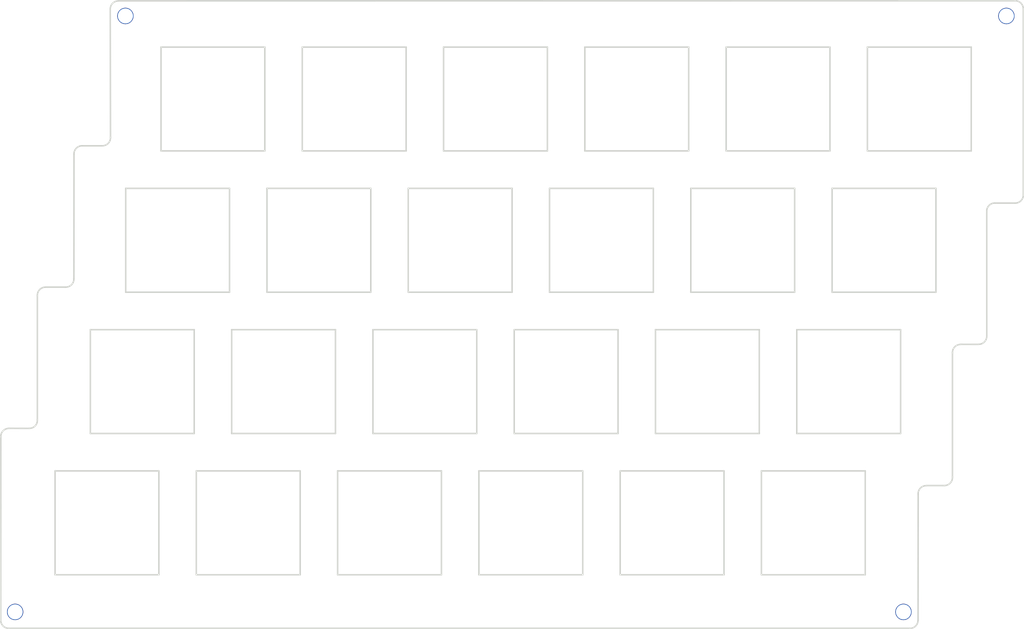
<source format=kicad_pcb>
(kicad_pcb (version 20171130) (host pcbnew "(5.1.5)-3")

  (general
    (thickness 1.6)
    (drawings 131)
    (tracks 0)
    (zones 0)
    (modules 4)
    (nets 1)
  )

  (page A4)
  (layers
    (0 F.Cu signal)
    (31 B.Cu signal)
    (32 B.Adhes user hide)
    (33 F.Adhes user hide)
    (34 B.Paste user hide)
    (35 F.Paste user hide)
    (36 B.SilkS user)
    (37 F.SilkS user)
    (38 B.Mask user)
    (39 F.Mask user)
    (40 Dwgs.User user hide)
    (41 Cmts.User user hide)
    (42 Eco1.User user hide)
    (43 Eco2.User user hide)
    (44 Edge.Cuts user)
    (45 Margin user hide)
    (46 B.CrtYd user hide)
    (47 F.CrtYd user hide)
    (48 B.Fab user hide)
    (49 F.Fab user hide)
  )

  (setup
    (last_trace_width 0.25)
    (trace_clearance 0.2)
    (zone_clearance 0.508)
    (zone_45_only no)
    (trace_min 0.2)
    (via_size 0.8)
    (via_drill 0.4)
    (via_min_size 0.4)
    (via_min_drill 0.3)
    (uvia_size 0.3)
    (uvia_drill 0.1)
    (uvias_allowed no)
    (uvia_min_size 0.2)
    (uvia_min_drill 0.1)
    (edge_width 0.15)
    (segment_width 0.2)
    (pcb_text_width 0.3)
    (pcb_text_size 1.5 1.5)
    (mod_edge_width 0.15)
    (mod_text_size 1 1)
    (mod_text_width 0.15)
    (pad_size 2.2 2.2)
    (pad_drill 2)
    (pad_to_mask_clearance 0.051)
    (solder_mask_min_width 0.25)
    (aux_axis_origin 0 0)
    (visible_elements 7FFFFFFF)
    (pcbplotparams
      (layerselection 0x010f0_ffffffff)
      (usegerberextensions false)
      (usegerberattributes false)
      (usegerberadvancedattributes false)
      (creategerberjobfile false)
      (excludeedgelayer true)
      (linewidth 0.100000)
      (plotframeref false)
      (viasonmask false)
      (mode 1)
      (useauxorigin false)
      (hpglpennumber 1)
      (hpglpenspeed 20)
      (hpglpendiameter 15.000000)
      (psnegative false)
      (psa4output false)
      (plotreference true)
      (plotvalue true)
      (plotinvisibletext false)
      (padsonsilk false)
      (subtractmaskfromsilk false)
      (outputformat 1)
      (mirror false)
      (drillshape 0)
      (scaleselection 1)
      (outputdirectory "../gerber/top/"))
  )

  (net 0 "")

  (net_class Default "これはデフォルトのネット クラスです。"
    (clearance 0.2)
    (trace_width 0.25)
    (via_dia 0.8)
    (via_drill 0.4)
    (uvia_dia 0.3)
    (uvia_drill 0.1)
  )

  (module kbd:HOLE (layer F.Cu) (tedit 5DE8C214) (tstamp 5DE8CCE1)
    (at 93.39 57.54)
    (descr "Mounting Hole 2.2mm, no annular, M2")
    (tags "mounting hole 2.2mm no annular m2")
    (attr virtual)
    (fp_text reference Ref** (at 0 -3.2) (layer F.Fab)
      (effects (font (size 1 1) (thickness 0.15)))
    )
    (fp_text value Val** (at 0 3.2) (layer F.Fab)
      (effects (font (size 1 1) (thickness 0.15)))
    )
    (fp_circle (center 0 0) (end 2.45 0) (layer F.CrtYd) (width 0.05))
    (fp_circle (center 0 0) (end 2.2 0) (layer Cmts.User) (width 0.15))
    (fp_text user %R (at 0.3 0) (layer F.Fab)
      (effects (font (size 1 1) (thickness 0.15)))
    )
    (pad "" np_thru_hole circle (at -1.1 -0.73) (size 2.2 2.2) (drill 2) (layers *.Cu *.Mask))
  )

  (module kbd:HOLE (layer F.Cu) (tedit 5DE8C261) (tstamp 5DE8CD0A)
    (at 209.62 58.24)
    (descr "Mounting Hole 2.2mm, no annular, M2")
    (tags "mounting hole 2.2mm no annular m2")
    (attr virtual)
    (fp_text reference Ref** (at 0 -3.2) (layer F.Fab)
      (effects (font (size 1 1) (thickness 0.15)))
    )
    (fp_text value Val** (at 0 3.2) (layer F.Fab)
      (effects (font (size 1 1) (thickness 0.15)))
    )
    (fp_circle (center 0 0) (end 2.45 0) (layer F.CrtYd) (width 0.05))
    (fp_circle (center 0 0) (end 2.2 0) (layer Cmts.User) (width 0.15))
    (fp_text user %R (at 0.3 0) (layer F.Fab)
      (effects (font (size 1 1) (thickness 0.15)))
    )
    (pad "" np_thru_hole circle (at 1.46 -1.43) (size 2.2 2.2) (drill 2) (layers *.Cu *.Mask))
  )

  (module kbd:HOLE (layer F.Cu) (tedit 5DE8C2BC) (tstamp 5DE8CD3F)
    (at 195.93 135.8)
    (descr "Mounting Hole 2.2mm, no annular, M2")
    (tags "mounting hole 2.2mm no annular m2")
    (attr virtual)
    (fp_text reference Ref** (at 0 -3.2) (layer F.Fab)
      (effects (font (size 1 1) (thickness 0.15)))
    )
    (fp_text value Val** (at 0 3.2) (layer F.Fab)
      (effects (font (size 1 1) (thickness 0.15)))
    )
    (fp_circle (center 0 0) (end 2.45 0) (layer F.CrtYd) (width 0.05))
    (fp_circle (center 0 0) (end 2.2 0) (layer Cmts.User) (width 0.15))
    (fp_text user %R (at 0.3 0) (layer F.Fab)
      (effects (font (size 1 1) (thickness 0.15)))
    )
    (pad "" np_thru_hole circle (at 1.27 1.367) (size 2.2 2.2) (drill 2) (layers *.Cu *.Mask))
  )

  (module kbd:HOLE (layer F.Cu) (tedit 5DE8C2FA) (tstamp 5DE8CD5F)
    (at 79.62 136.63)
    (descr "Mounting Hole 2.2mm, no annular, M2")
    (tags "mounting hole 2.2mm no annular m2")
    (attr virtual)
    (fp_text reference Ref** (at 0 -3.2) (layer F.Fab)
      (effects (font (size 1 1) (thickness 0.15)))
    )
    (fp_text value Val** (at 0 3.2) (layer F.Fab)
      (effects (font (size 1 1) (thickness 0.15)))
    )
    (fp_circle (center 0 0) (end 2.45 0) (layer F.CrtYd) (width 0.05))
    (fp_circle (center 0 0) (end 2.2 0) (layer Cmts.User) (width 0.15))
    (fp_text user %R (at 0.3 0) (layer F.Fab)
      (effects (font (size 1 1) (thickness 0.15)))
    )
    (pad "" np_thru_hole circle (at -2.2 0.537) (size 2.2 2.2) (drill 2) (layers *.Cu *.Mask))
  )

  (dimension 137.77144 (width 0.3) (layer Dwgs.User)
    (gr_text "137.771 mm" (at 144.37572 165.15) (layer Dwgs.User)
      (effects (font (size 1.5 1.5) (thickness 0.3)))
    )
    (feature1 (pts (xy 213.26144 116.21) (xy 213.26144 163.636421)))
    (feature2 (pts (xy 75.49 116.21) (xy 75.49 163.636421)))
    (crossbar (pts (xy 75.49 163.05) (xy 213.26144 163.05)))
    (arrow1a (pts (xy 213.26144 163.05) (xy 212.134936 163.636421)))
    (arrow1b (pts (xy 213.26144 163.05) (xy 212.134936 162.463579)))
    (arrow2a (pts (xy 75.49 163.05) (xy 76.616504 163.636421)))
    (arrow2b (pts (xy 75.49 163.05) (xy 76.616504 162.463579)))
  )
  (dimension 137.910305 (width 0.3) (layer Dwgs.User)
    (gr_text "137.910 mm" (at 144.310637 150.076341 359.8795174) (layer Dwgs.User)
      (effects (font (size 1.5 1.5) (thickness 0.3)))
    )
    (feature1 (pts (xy 213.3 133.88) (xy 213.26882 148.707765)))
    (feature2 (pts (xy 75.39 133.59) (xy 75.35882 148.417765)))
    (crossbar (pts (xy 75.360053 147.831346) (xy 213.270053 148.121346)))
    (arrow1a (pts (xy 213.270053 148.121346) (xy 212.142319 148.705397)))
    (arrow1b (pts (xy 213.270053 148.121346) (xy 212.144785 147.532558)))
    (arrow2a (pts (xy 75.360053 147.831346) (xy 76.485321 148.420134)))
    (arrow2b (pts (xy 75.360053 147.831346) (xy 76.487787 147.247295)))
  )
  (dimension 85.130048 (width 0.3) (layer Dwgs.User)
    (gr_text "85.130 mm" (at 63.089869 97.169194 89.93942654) (layer Dwgs.User)
      (effects (font (size 1.5 1.5) (thickness 0.3)))
    )
    (feature1 (pts (xy 125.38 54.67) (xy 64.648447 54.605794)))
    (feature2 (pts (xy 125.29 139.8) (xy 64.558447 139.735794)))
    (crossbar (pts (xy 65.144868 139.736414) (xy 65.234868 54.606414)))
    (arrow1a (pts (xy 65.234868 54.606414) (xy 65.820097 55.733537)))
    (arrow1b (pts (xy 65.234868 54.606414) (xy 64.647257 55.732297)))
    (arrow2a (pts (xy 65.144868 139.736414) (xy 65.732479 138.610531)))
    (arrow2b (pts (xy 65.144868 139.736414) (xy 64.559639 138.609291)))
  )
  (gr_arc (start 81.51 94.47) (end 81.51 93.38) (angle -93.34194386) (layer Edge.Cuts) (width 0.2) (tstamp 5D750418))
  (gr_arc (start 84.251854 92.283541) (end 84.251854 93.373541) (angle -93.34194386) (layer Edge.Cuts) (width 0.2) (tstamp 5D750418))
  (gr_arc (start 86.448146 75.406459) (end 86.448146 74.316459) (angle -93.34194386) (layer Edge.Cuts) (width 0.2) (tstamp 5D750418))
  (gr_arc (start 89.191854 73.223541) (end 89.191854 74.313541) (angle -93.34194386) (layer Edge.Cuts) (width 0.2) (tstamp 5D750418))
  (gr_arc (start 91.338146 55.876459) (end 91.338146 54.786459) (angle -93.34194386) (layer Edge.Cuts) (width 0.2) (tstamp 5D750418))
  (gr_arc (start 212.263541 55.848146) (end 213.353541 55.848146) (angle -93.34194386) (layer Edge.Cuts) (width 0.2) (tstamp 5D78F831))
  (gr_arc (start 209.518146 83.126459) (end 209.518146 82.036459) (angle -93.34194386) (layer Edge.Cuts) (width 0.2) (tstamp 5D750418))
  (gr_arc (start 212.27 80.953541) (end 212.27 82.043541) (angle -93.34194386) (layer Edge.Cuts) (width 0.2) (tstamp 5D750418))
  (gr_arc (start 204.898146 102.19) (end 204.898146 101.1) (angle -93.34194386) (layer Edge.Cuts) (width 0.2) (tstamp 5D750418))
  (gr_arc (start 207.341854 99.993541) (end 207.341854 101.083541) (angle -93.34194386) (layer Edge.Cuts) (width 0.2) (tstamp 5D750418))
  (gr_arc (start 202.72 119.04) (end 202.72 120.13) (angle -93.34194386) (layer Edge.Cuts) (width 0.2) (tstamp 5D750418))
  (gr_arc (start 200.27 121.23) (end 200.27 120.14) (angle -93.34194386) (layer Edge.Cuts) (width 0.2) (tstamp 5D750418))
  (gr_arc (start 198.07 138.3) (end 198.07 139.39) (angle -90) (layer Edge.Cuts) (width 0.2) (tstamp 5D750418))
  (gr_arc (start 76.57 138.29) (end 75.48 138.29) (angle -90) (layer Edge.Cuts) (width 0.2) (tstamp 5D750418))
  (gr_arc (start 79.33 111.33) (end 79.33 112.42) (angle -93.3) (layer Edge.Cuts) (width 0.2) (tstamp 5D750418))
  (gr_arc (start 76.58 113.51) (end 76.58 112.42) (angle -93.3) (layer Edge.Cuts) (width 0.2))
  (gr_line (start 149.190274 75.006998) (end 135.191128 75.006998) (layer Edge.Cuts) (width 0.2))
  (gr_line (start 130.140446 61.008886) (end 130.140446 75.006998) (layer Edge.Cuts) (width 0.2))
  (gr_line (start 168.528284 80.058886) (end 182.527774 80.058886) (layer Edge.Cuts) (width 0.2))
  (gr_line (start 96.802946 132.15717) (end 82.803628 132.15717) (layer Edge.Cuts) (width 0.2))
  (gr_line (start 173.291473 75.006998) (end 173.291473 61.008886) (layer Edge.Cuts) (width 0.2))
  (gr_line (start 187.290274 61.008886) (end 187.290274 75.006998) (layer Edge.Cuts) (width 0.2))
  (gr_line (start 154.240784 61.008886) (end 168.240274 61.008886) (layer Edge.Cuts) (width 0.2))
  (gr_line (start 135.191128 75.006998) (end 135.191128 61.008886) (layer Edge.Cuts) (width 0.2))
  (gr_line (start 187.578973 94.056998) (end 187.578973 80.058886) (layer Edge.Cuts) (width 0.2))
  (gr_line (start 111.090446 75.006998) (end 97.091128 75.006998) (layer Edge.Cuts) (width 0.2))
  (gr_line (start 82.803628 132.15717) (end 82.803628 118.156302) (layer Edge.Cuts) (width 0.2))
  (gr_line (start 154.240784 75.006998) (end 154.240784 61.008886) (layer Edge.Cuts) (width 0.2))
  (gr_line (start 116.141128 61.008886) (end 130.140446 61.008886) (layer Edge.Cuts) (width 0.2))
  (gr_line (start 96.802946 118.156302) (end 96.802946 132.15717) (layer Edge.Cuts) (width 0.2))
  (gr_line (start 116.141128 75.006998) (end 116.141128 61.008886) (layer Edge.Cuts) (width 0.2))
  (gr_line (start 206.340274 75.006998) (end 192.341473 75.006998) (layer Edge.Cuts) (width 0.2))
  (gr_line (start 82.803628 118.156302) (end 96.802946 118.156302) (layer Edge.Cuts) (width 0.2))
  (gr_line (start 187.290274 75.006998) (end 173.291473 75.006998) (layer Edge.Cuts) (width 0.2))
  (gr_line (start 168.240274 61.008886) (end 168.240274 75.006998) (layer Edge.Cuts) (width 0.2))
  (gr_line (start 168.240274 75.006998) (end 154.240784 75.006998) (layer Edge.Cuts) (width 0.2))
  (gr_line (start 192.341473 75.006998) (end 192.341473 61.008886) (layer Edge.Cuts) (width 0.2))
  (gr_line (start 135.191128 61.008886) (end 149.190274 61.008886) (layer Edge.Cuts) (width 0.2))
  (gr_line (start 149.190274 61.008886) (end 149.190274 75.006998) (layer Edge.Cuts) (width 0.2))
  (gr_line (start 206.340274 61.008886) (end 206.340274 75.006998) (layer Edge.Cuts) (width 0.2))
  (gr_line (start 173.291473 61.008886) (end 187.290274 61.008886) (layer Edge.Cuts) (width 0.2))
  (gr_line (start 173.002774 132.15717) (end 159.003284 132.15717) (layer Edge.Cuts) (width 0.2))
  (gr_line (start 101.565446 113.10717) (end 87.566128 113.10717) (layer Edge.Cuts) (width 0.2))
  (gr_line (start 115.852946 132.15717) (end 101.853628 132.15717) (layer Edge.Cuts) (width 0.2))
  (gr_line (start 134.902946 118.156302) (end 134.902946 132.15717) (layer Edge.Cuts) (width 0.2))
  (gr_line (start 120.903628 132.15717) (end 120.903628 118.156302) (layer Edge.Cuts) (width 0.2))
  (gr_line (start 139.953628 132.15717) (end 139.953628 118.156302) (layer Edge.Cuts) (width 0.2))
  (gr_line (start 115.852946 118.156302) (end 115.852946 132.15717) (layer Edge.Cuts) (width 0.2))
  (gr_line (start 101.565446 99.108886) (end 101.565446 113.10717) (layer Edge.Cuts) (width 0.2))
  (gr_line (start 178.050528 132.15717) (end 178.050528 118.156302) (layer Edge.Cuts) (width 0.2))
  (gr_line (start 153.952774 132.15717) (end 139.953628 132.15717) (layer Edge.Cuts) (width 0.2))
  (gr_line (start 87.566128 99.108886) (end 101.565446 99.108886) (layer Edge.Cuts) (width 0.2))
  (gr_line (start 192.052774 118.156302) (end 192.052774 132.15717) (layer Edge.Cuts) (width 0.2))
  (gr_line (start 173.002774 118.156302) (end 173.002774 132.15717) (layer Edge.Cuts) (width 0.2))
  (gr_line (start 192.341473 61.008886) (end 206.340274 61.008886) (layer Edge.Cuts) (width 0.2))
  (gr_line (start 159.003284 132.15717) (end 159.003284 118.156302) (layer Edge.Cuts) (width 0.2))
  (gr_line (start 120.903628 118.156302) (end 134.902946 118.156302) (layer Edge.Cuts) (width 0.2))
  (gr_line (start 139.953628 118.156302) (end 153.952774 118.156302) (layer Edge.Cuts) (width 0.2))
  (gr_line (start 192.052774 132.15717) (end 178.050528 132.15717) (layer Edge.Cuts) (width 0.2))
  (gr_line (start 134.902946 132.15717) (end 120.903628 132.15717) (layer Edge.Cuts) (width 0.2))
  (gr_line (start 101.853628 132.15717) (end 101.853628 118.156302) (layer Edge.Cuts) (width 0.2))
  (gr_line (start 101.853628 118.156302) (end 115.852946 118.156302) (layer Edge.Cuts) (width 0.2))
  (gr_line (start 144.427774 80.058886) (end 144.427774 94.056998) (layer Edge.Cuts) (width 0.2))
  (gr_line (start 144.427774 94.056998) (end 130.428628 94.056998) (layer Edge.Cuts) (width 0.2))
  (gr_line (start 149.478284 80.058886) (end 163.477774 80.058886) (layer Edge.Cuts) (width 0.2))
  (gr_line (start 111.378628 94.056998) (end 111.378628 80.058886) (layer Edge.Cuts) (width 0.2))
  (gr_line (start 92.328628 94.056998) (end 92.328628 80.058886) (layer Edge.Cuts) (width 0.2))
  (gr_line (start 125.377946 94.056998) (end 111.378628 94.056998) (layer Edge.Cuts) (width 0.2))
  (gr_line (start 177.765274 113.10717) (end 163.765784 113.10717) (layer Edge.Cuts) (width 0.2))
  (gr_line (start 158.715274 99.108886) (end 158.715274 113.10717) (layer Edge.Cuts) (width 0.2))
  (gr_line (start 153.952774 118.156302) (end 153.952774 132.15717) (layer Edge.Cuts) (width 0.2))
  (gr_line (start 106.327946 94.056998) (end 92.328628 94.056998) (layer Edge.Cuts) (width 0.2))
  (gr_line (start 159.003284 118.156302) (end 173.002774 118.156302) (layer Edge.Cuts) (width 0.2))
  (gr_line (start 178.050528 118.156302) (end 192.052774 118.156302) (layer Edge.Cuts) (width 0.2))
  (gr_line (start 106.616128 99.108886) (end 120.615446 99.108886) (layer Edge.Cuts) (width 0.2))
  (gr_line (start 106.616128 113.10717) (end 106.616128 99.108886) (layer Edge.Cuts) (width 0.2))
  (gr_line (start 144.715784 99.108886) (end 158.715274 99.108886) (layer Edge.Cuts) (width 0.2))
  (gr_line (start 196.815274 113.10717) (end 182.816473 113.10717) (layer Edge.Cuts) (width 0.2))
  (gr_line (start 163.765784 113.10717) (end 163.765784 99.108886) (layer Edge.Cuts) (width 0.2))
  (gr_line (start 120.615446 113.10717) (end 106.616128 113.10717) (layer Edge.Cuts) (width 0.2))
  (gr_line (start 182.816473 99.108886) (end 196.815274 99.108886) (layer Edge.Cuts) (width 0.2))
  (gr_line (start 177.765274 99.108886) (end 177.765274 113.10717) (layer Edge.Cuts) (width 0.2))
  (gr_line (start 182.816473 113.10717) (end 182.816473 99.108886) (layer Edge.Cuts) (width 0.2))
  (gr_line (start 144.715784 113.10717) (end 144.715784 99.108886) (layer Edge.Cuts) (width 0.2))
  (gr_line (start 106.327946 80.058886) (end 106.327946 94.056998) (layer Edge.Cuts) (width 0.2))
  (gr_line (start 87.566128 113.10717) (end 87.566128 99.108886) (layer Edge.Cuts) (width 0.2))
  (gr_line (start 120.615446 99.108886) (end 120.615446 113.10717) (layer Edge.Cuts) (width 0.2))
  (gr_line (start 125.666128 99.108886) (end 139.665446 99.108886) (layer Edge.Cuts) (width 0.2))
  (gr_line (start 111.378628 80.058886) (end 125.377946 80.058886) (layer Edge.Cuts) (width 0.2))
  (gr_line (start 130.428628 94.056998) (end 130.428628 80.058886) (layer Edge.Cuts) (width 0.2))
  (gr_line (start 139.665446 99.108886) (end 139.665446 113.10717) (layer Edge.Cuts) (width 0.2))
  (gr_line (start 163.765784 99.108886) (end 177.765274 99.108886) (layer Edge.Cuts) (width 0.2))
  (gr_line (start 125.377946 80.058886) (end 125.377946 94.056998) (layer Edge.Cuts) (width 0.2))
  (gr_line (start 92.328628 80.058886) (end 106.327946 80.058886) (layer Edge.Cuts) (width 0.2))
  (gr_line (start 139.665446 113.10717) (end 125.666128 113.10717) (layer Edge.Cuts) (width 0.2))
  (gr_line (start 158.715274 113.10717) (end 144.715784 113.10717) (layer Edge.Cuts) (width 0.2))
  (gr_line (start 125.666128 113.10717) (end 125.666128 99.108886) (layer Edge.Cuts) (width 0.2))
  (gr_line (start 196.815274 99.108886) (end 196.815274 113.10717) (layer Edge.Cuts) (width 0.2))
  (gr_line (start 130.428628 80.058886) (end 144.427774 80.058886) (layer Edge.Cuts) (width 0.2))
  (gr_line (start 199.184121 121.258266) (end 199.17 138.317) (layer Edge.Cuts) (width 0.2))
  (gr_line (start 75.490207 113.531606) (end 75.48 138.297) (layer Edge.Cuts) (width 0.2))
  (gr_line (start 86.473172 74.320735) (end 89.16448 74.320735) (layer Edge.Cuts) (width 0.2))
  (gr_line (start 163.477774 80.058886) (end 163.477774 94.056998) (layer Edge.Cuts) (width 0.2))
  (gr_line (start 85.356961 75.436946) (end 85.345936 92.255902) (layer Edge.Cuts) (width 0.2))
  (gr_line (start 201.577774 94.056998) (end 187.578973 94.056998) (layer Edge.Cuts) (width 0.2))
  (gr_line (start 130.140446 75.006998) (end 116.141128 75.006998) (layer Edge.Cuts) (width 0.2))
  (gr_line (start 80.421 94.533541) (end 80.421 111.267255) (layer Edge.Cuts) (width 0.2))
  (gr_line (start 81.537211 93.372113) (end 84.229898 93.372113) (layer Edge.Cuts) (width 0.2))
  (gr_line (start 182.527774 80.058886) (end 182.527774 94.056998) (layer Edge.Cuts) (width 0.2))
  (gr_line (start 111.090446 61.008886) (end 111.090446 75.006998) (layer Edge.Cuts) (width 0.2))
  (gr_line (start 76.606418 112.415395) (end 79.303411 112.423663) (layer Edge.Cuts) (width 0.2))
  (gr_line (start 90.250374 55.891024) (end 90.280691 73.204524) (layer Edge.Cuts) (width 0.2))
  (gr_line (start 97.091128 61.008886) (end 111.090446 61.008886) (layer Edge.Cuts) (width 0.2))
  (gr_line (start 201.577774 80.058886) (end 201.577774 94.056998) (layer Edge.Cuts) (width 0.2))
  (gr_line (start 97.091128 75.006998) (end 97.091128 61.008886) (layer Edge.Cuts) (width 0.2))
  (gr_line (start 163.477774 94.056998) (end 149.478284 94.056998) (layer Edge.Cuts) (width 0.2))
  (gr_line (start 149.478284 94.056998) (end 149.478284 80.058886) (layer Edge.Cuts) (width 0.2))
  (gr_line (start 182.527774 94.056998) (end 168.528284 94.056998) (layer Edge.Cuts) (width 0.2))
  (gr_line (start 168.528284 94.056998) (end 168.528284 80.058886) (layer Edge.Cuts) (width 0.2))
  (gr_line (start 200.300332 120.13) (end 202.72 120.13) (layer Edge.Cuts) (width 0.2))
  (gr_line (start 187.578973 80.058886) (end 201.577774 80.058886) (layer Edge.Cuts) (width 0.2))
  (gr_line (start 203.808818 102.206716) (end 203.808818 118.976459) (layer Edge.Cuts) (width 0.2))
  (gr_line (start 209.545591 82.040505) (end 212.241033 82.043261) (layer Edge.Cuts) (width 0.2))
  (gr_line (start 204.925028 101.090505) (end 207.314547 101.094639) (layer Edge.Cuts) (width 0.2))
  (gr_line (start 208.42938 83.156716) (end 208.430758 99.978428) (layer Edge.Cuts) (width 0.2))
  (gr_line (start 212.244478 54.763445) (end 91.366413 54.774813) (layer Edge.Cuts) (width 0.2))
  (gr_line (start 76.607796 139.377551) (end 198.066532 139.377551) (layer Edge.Cuts) (width 0.2))
  (gr_line (start 213.36 55.88) (end 213.357244 80.89) (layer Edge.Cuts) (width 0.2))

)

</source>
